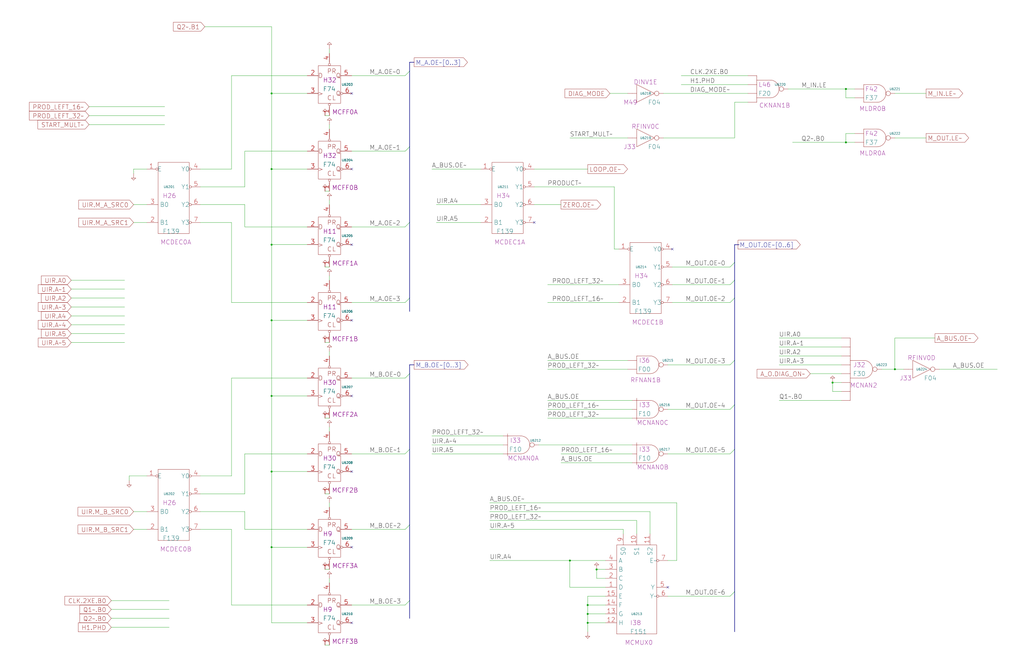
<source format=kicad_sch>
(kicad_sch (version 20250114) (generator "eeschema") (generator_version "9.0")
  (paper "User" 584.2 378.46)
  (title_block (title "MULTIPLIER CONTROL") (date "22-MAR-90") (rev "1.0") (comment 1 "VALUE") (comment 2 "232-003063") (comment 3 "S400") (comment 4 "RELEASED"))
  (lib_symbols
    (symbol "r1000:F00" (pin_numbers (hide yes)) (pin_names (hide yes))
      (property "Reference" "U" (at 15.24 0 0))
      (property "Value" "F00" (at 1.905 -5.08 0))
      (property "Location" "___" (at 1.905 0 0))
      (property "Name" "______" (at 2.54 -12.7 0))
      (symbol "F00_0_1"
        (polyline (pts (xy -2.54 2.54) (xy -2.54 -7.62)) (stroke (width 0.1524)))
        (polyline (pts (xy -2.54 2.54) (xy 5.08 2.54)) (stroke (width 0.1524)))
        (polyline (pts (xy -2.54 -7.62) (xy 5.08 -7.62)) (stroke (width 0.1524)))
        (arc (start 5.08 2.54) (mid 10.1281 -2.54) (end 5.08 -7.62) (stroke (width 0.1524)))
        (circle (center 11.43 -2.54) (radius 1.27) (stroke (width 0.1524)))
      )
      (symbol "F00_0_2"
        (arc (start -3.175 2.54) (mid -2.134 -2.54) (end -3.175 -7.62) (stroke (width 0.1524)))
        (circle (center -3.81 0) (radius 1.27) (stroke (width 0.1524)))
        (circle (center -3.81 -5.08) (radius 1.27) (stroke (width 0.1524)))
        (polyline (pts (xy -3.175 2.54) (xy 3.81 2.54)) (stroke (width 0.1524)))
        (polyline (pts (xy -3.175 -7.62) (xy 3.81 -7.62)) (stroke (width 0.1524)))
        (arc (start 3.81 2.54) (mid 7.5828 0.7472) (end 10.16 -2.54) (stroke (width 0.1524)))
        (arc (start 10.16 -2.54) (mid 7.5855 -5.8306) (end 3.81 -7.62) (stroke (width 0.1524)))
      )
      (symbol "F00_1_1"
        (pin input line (at -7.62 0 0) (length 5.08) (name "D0") (number "1"))
        (pin input line (at -7.62 -5.08 0) (length 5.08) (name "D1") (number "2"))
        (pin output line (at 15.24 -2.54 180) (length 2.54) (name "Q") (number "3"))
      )
      (symbol "F00_1_2"
        (pin input line (at -7.62 0 0) (length 2.54) (name "D0") (number "1"))
        (pin input line (at -7.62 -5.08 0) (length 2.54) (name "D1") (number "2"))
        (pin output line (at 15.24 -2.54 180) (length 5.08) (name "Q") (number "3"))
      )
    )
    (symbol "r1000:F04" (pin_numbers (hide yes)) (pin_names (hide yes))
      (property "Reference" "U" (at 0 0 0))
      (property "Value" "F04" (at 1.27 -5.08 0))
      (property "Location" "___" (at -12.7 -5.08 0))
      (property "Name" "______" (at 0 5.08 0))
      (symbol "F04_0_1"
        (polyline (pts (xy -7.62 0) (xy -5.08 0)) (stroke (width 0.1524)))
        (polyline (pts (xy -5.08 5.08) (xy -5.08 -5.08)) (stroke (width 0.1524)))
        (polyline (pts (xy 5.08 0) (xy -5.08 5.08)) (stroke (width 0.1524)))
        (polyline (pts (xy 5.08 0) (xy -5.08 -5.08)) (stroke (width 0.1524)))
        (circle (center 6.35 0) (radius 1.27) (stroke (width 0.1524)))
      )
      (symbol "F04_1_1"
        (pin input line (at -10.16 0 0) (length 2.54) (name "D0") (number "1"))
        (pin output line (at 10.16 0 180) (length 2.54) (name "Q") (number "2"))
      )
    )
    (symbol "r1000:F10" (pin_numbers (hide yes)) (pin_names (hide yes))
      (property "Reference" "U" (at 13.335 0 0))
      (property "Value" "F10" (at 5.715 -5.08 0))
      (property "Location" "___" (at -1.27 0 0))
      (property "Name" "______" (at -2.54 -10.16 0))
      (symbol "F10_0_1"
        (polyline (pts (xy -2.54 3.81) (xy -2.54 -8.89)) (stroke (width 0.1524)))
        (polyline (pts (xy -2.54 2.54) (xy 5.08 2.54)) (stroke (width 0.1524)))
        (polyline (pts (xy -2.54 -7.62) (xy 5.08 -7.62)) (stroke (width 0.1524)))
        (arc (start 5.08 2.54) (mid 10.1281 -2.54) (end 5.08 -7.62) (stroke (width 0.1524)))
        (circle (center 11.43 -2.54) (radius 1.27) (stroke (width 0.1524)))
      )
      (symbol "F10_0_2"
        (arc (start -2.54 2.54) (mid -1.8195 -2.54) (end -2.54 -7.62) (stroke (width 0.1524)))
        (polyline (pts (xy -4.445 -2.54) (xy -5.08 -2.54)) (stroke (width 0.1524)))
        (circle (center -3.81 2.54) (radius 1.27) (stroke (width 0.1524)))
        (circle (center -3.81 -7.62) (radius 1.27) (stroke (width 0.1524)))
        (circle (center -3.175 -2.54) (radius 1.27) (stroke (width 0.1524)))
        (polyline (pts (xy -2.54 2.54) (xy 5.08 2.54)) (stroke (width 0.1524)))
        (polyline (pts (xy -2.54 -7.62) (xy 5.08 -7.62)) (stroke (width 0.1524)))
        (arc (start 5.08 2.54) (mid 8.4807 0.6111) (end 10.795 -2.54) (stroke (width 0.1524)))
        (arc (start 10.795 -2.54) (mid 8.4844 -5.6952) (end 5.08 -7.62) (stroke (width 0.1524)))
        (polyline (pts (xy 10.795 -2.54) (xy 12.7 -2.54)) (stroke (width 0.1524)))
      )
      (symbol "F10_1_1"
        (pin input line (at -5.08 2.54 0) (length 2.54) (name "D0") (number "1"))
        (pin input line (at -5.08 -2.54 0) (length 2.54) (name "D1") (number "2"))
        (pin input line (at -5.08 -7.62 0) (length 2.54) (name "D2") (number "3"))
        (pin output line (at 15.24 -2.54 180) (length 2.54) (name "Q") (number "4"))
      )
      (symbol "F10_1_2"
        (pin input line (at -5.08 2.54 0) (length 0) (name "D0") (number "1"))
        (pin input line (at -5.08 -2.54 0) (length 0) (name "D1") (number "2"))
        (pin input line (at -5.08 -7.62 0) (length 0) (name "D2") (number "3"))
        (pin output line (at 15.24 -2.54 180) (length 2.54) (name "Q") (number "4"))
      )
    )
    (symbol "r1000:F139" (pin_names (offset 1.016))
      (property "Reference" "U" (at 2.54 5.08 0))
      (property "Value" "F139" (at -1.27 -20.32 0))
      (property "Location" "___" (at -1.27 0 0))
      (property "Name" "______" (at 6.35 -27.94 0))
      (symbol "F139_1_1"
        (circle (center -4.445 15.24) (radius 0.635))
        (rectangle (start -3.81 19.05) (end 13.97 -21.59))
        (circle (center 14.605 15.24) (radius 0.635))
        (circle (center 14.605 5.08) (radius 0.635))
        (circle (center 14.605 -5.08) (radius 0.635))
        (circle (center 14.605 -15.24) (radius 0.635))
        (pin input line (at -10.16 15.24 0) (length 5.08) (name "E") (number "1"))
        (pin input line (at -10.16 -5.08 0) (length 6.35) (name "B0") (number "3"))
        (pin input line (at -10.16 -15.24 0) (length 6.35) (name "B1") (number "2"))
        (pin output line (at 20.32 15.24 180) (length 5.08) (name "Y0") (number "4"))
        (pin output line (at 20.32 5.08 180) (length 5.08) (name "Y1") (number "5"))
        (pin output line (at 20.32 -5.08 180) (length 5.08) (name "Y2") (number "6"))
        (pin output line (at 20.32 -15.24 180) (length 5.08) (name "Y3") (number "7"))
      )
    )
    (symbol "r1000:F151" (pin_names (offset 1.016))
      (property "Reference" "U" (at 2.54 5.08 0))
      (property "Value" "F151" (at -1.27 -5.08 0))
      (property "Location" "___" (at -1.27 0 0))
      (property "Name" "______" (at 3.81 -12.7 0))
      (symbol "F151_1_1"
        (rectangle (start -8.89 44.45) (end 13.97 -6.35))
        (circle (center 14.605 35.56) (radius 0.635))
        (circle (center 14.605 15.24) (radius 0.635))
        (pin input line (at -15.24 35.56 0) (length 6.35) (name "A") (number "4"))
        (pin input line (at -15.24 30.48 0) (length 6.35) (name "B") (number "3"))
        (pin input line (at -15.24 25.4 0) (length 6.35) (name "C") (number "2"))
        (pin input line (at -15.24 20.32 0) (length 6.35) (name "D") (number "1"))
        (pin input line (at -15.24 15.24 0) (length 6.35) (name "E") (number "15"))
        (pin input line (at -15.24 10.16 0) (length 6.35) (name "F") (number "14"))
        (pin input line (at -15.24 5.08 0) (length 6.35) (name "G") (number "13"))
        (pin input line (at -15.24 0 0) (length 6.35) (name "H") (number "12"))
        (pin input line (at -5.08 50.8 270) (length 6.35) (name "S0") (number "9"))
        (pin input line (at 2.54 50.8 270) (length 6.35) (name "S1") (number "10"))
        (pin input line (at 10.16 50.8 270) (length 6.35) (name "S2") (number "11"))
        (pin input line (at 20.32 35.56 180) (length 5.08) (name "E~") (number "7"))
        (pin output line (at 20.32 20.32 180) (length 6.35) (name "Y") (number "5"))
        (pin output line (at 20.32 15.24 180) (length 5.08) (name "Y~") (number "6"))
      )
    )
    (symbol "r1000:F20" (pin_numbers (hide yes)) (pin_names (hide yes))
      (property "Reference" "U" (at 8.255 2.54 0))
      (property "Value" "F20" (at -0.635 -2.54 0))
      (property "Location" "___" (at -0.635 2.54 0))
      (property "Name" "______" (at 5.08 -10.795 0))
      (symbol "F20_0_1"
        (polyline (pts (xy -5.08 7.62) (xy -5.08 5.08)) (stroke (width 0.1524)))
        (polyline (pts (xy -5.08 5.08) (xy -5.08 -5.08)) (stroke (width 0.1524)))
        (polyline (pts (xy -5.08 -5.08) (xy -5.08 -7.62)) (stroke (width 0.1524)))
        (arc (start 2.54 5.08) (mid 7.5882 0) (end 2.54 -5.08) (stroke (width 0.1524)))
        (polyline (pts (xy 2.54 5.08) (xy -5.08 5.08)) (stroke (width 0.1524)))
        (polyline (pts (xy 2.54 -5.08) (xy -5.08 -5.08)) (stroke (width 0.1524)))
        (circle (center 8.89 0) (radius 1.27) (stroke (width 0.1524)))
      )
      (symbol "F20_0_2"
        (arc (start -6.35 7.62) (mid -5.3975 0) (end -6.35 -7.62) (stroke (width 0.1524)))
        (circle (center -7.62 7.62) (radius 1.27) (stroke (width 0.1524)))
        (circle (center -7.62 -7.62) (radius 1.27) (stroke (width 0.1524)))
        (circle (center -6.985 2.54) (radius 1.27) (stroke (width 0.1524)))
        (circle (center -6.985 -2.54) (radius 1.27) (stroke (width 0.1524)))
        (polyline (pts (xy -5.715 5.08) (xy 1.27 5.08)) (stroke (width 0.1524)))
        (polyline (pts (xy -5.715 -5.08) (xy 1.27 -5.08)) (stroke (width 0.1524)))
        (arc (start 7.62 0) (mid 5.0518 -3.2985) (end 1.27 -5.08) (stroke (width 0.1524)))
        (arc (start 1.27 5.08) (mid 5.0518 3.2985) (end 7.62 0) (stroke (width 0.1524)))
      )
      (symbol "F20_1_1"
        (pin input line (at -10.16 7.62 0) (length 5.08) (name "D0") (number "1"))
        (pin input line (at -10.16 2.54 0) (length 5.08) (name "D1") (number "2"))
        (pin input line (at -10.16 -2.54 0) (length 5.08) (name "D2") (number "4"))
        (pin input line (at -10.16 -7.62 0) (length 5.08) (name "D3") (number "5"))
        (pin output line (at 12.7 0 180) (length 2.54) (name "Q") (number "6"))
      )
      (symbol "F20_1_2"
        (pin input line (at -10.16 7.62 0) (length 1.27) (name "D0") (number "1"))
        (pin input line (at -10.16 2.54 0) (length 1.905) (name "D1") (number "2"))
        (pin input line (at -10.16 -2.54 0) (length 1.905) (name "D2") (number "4"))
        (pin input line (at -10.16 -7.62 0) (length 1.27) (name "D3") (number "5"))
        (pin output line (at 12.7 0 180) (length 5.08) (name "Q") (number "6"))
      )
    )
    (symbol "r1000:F30" (pin_numbers (hide yes)) (pin_names (hide yes))
      (property "Reference" "U" (at 15.24 2.54 0))
      (property "Value" "F30" (at 2.54 -2.54 0))
      (property "Location" "___" (at 2.54 2.54 0))
      (property "Name" "______" (at 5.08 -10.62 0))
      (symbol "F30_0_0"
        (polyline (pts (xy -2.54 5.08) (xy 5.08 5.08)) (stroke (width 0.1524)))
        (polyline (pts (xy -2.54 -5.08) (xy 5.08 -5.08)) (stroke (width 0.1524)))
        (arc (start 5.08 5.08) (mid 8.6721 3.5921) (end 10.16 0) (stroke (width 0.1524)))
        (arc (start 10.16 0) (mid 8.6721 -3.5921) (end 5.08 -5.08) (stroke (width 0.1524)))
        (circle (center 11.43 0) (radius 1.27) (stroke (width 0.1524)))
      )
      (symbol "F30_0_1"
        (polyline (pts (xy -2.54 17.78) (xy -2.54 17.145)) (stroke (width 0.1524)))
        (polyline (pts (xy -2.54 17.145) (xy -2.54 7.62)) (stroke (width 0.1524)))
        (polyline (pts (xy -2.54 7.62) (xy -2.54 5.08)) (stroke (width 0.1524)))
        (polyline (pts (xy -2.54 5.08) (xy -2.54 -5.08)) (stroke (width 0.1524)))
        (polyline (pts (xy -2.54 -5.08) (xy -2.54 -7.62)) (stroke (width 0.1524)))
        (polyline (pts (xy -2.54 -7.62) (xy -2.54 -17.78)) (stroke (width 0.1524)))
      )
      (symbol "F30_1_1"
        (pin input line (at -7.62 17.78 0) (length 5.08) (name "D0") (number "11"))
        (pin input line (at -7.62 12.7 0) (length 5.08) (name "D1") (number "12"))
        (pin input line (at -7.62 7.62 0) (length 5.08) (name "D2") (number "1"))
        (pin input line (at -7.62 2.54 0) (length 5.08) (name "D3") (number "2"))
        (pin input line (at -7.62 -2.54 0) (length 5.08) (name "D4") (number "3"))
        (pin input line (at -7.62 -7.62 0) (length 5.08) (name "D5") (number "4"))
        (pin input line (at -7.62 -12.7 0) (length 5.08) (name "D6") (number "5"))
        (pin input line (at -7.62 -17.78 0) (length 5.08) (name "D7") (number "6"))
        (pin output line (at 15.24 0 180) (length 2.54) (name "Q") (number "8"))
      )
    )
    (symbol "r1000:F37" (pin_numbers (hide yes)) (pin_names (offset 0) (hide yes))
      (property "Reference" "U" (at 15.24 0 0))
      (property "Value" "F37" (at 1.905 -5.08 0))
      (property "Location" "___" (at 1.905 0 0))
      (property "Name" "______" (at 2.54 -12.7 0))
      (symbol "F37_0_1"
        (polyline (pts (xy -2.54 2.54) (xy -2.54 -7.62)) (stroke (width 0.1524)))
        (polyline (pts (xy -2.54 2.54) (xy 5.08 2.54)) (stroke (width 0.1524)))
        (polyline (pts (xy -2.54 -7.62) (xy 5.08 -7.62)) (stroke (width 0.1524)))
        (arc (start 5.08 2.54) (mid 10.1281 -2.54) (end 5.08 -7.62) (stroke (width 0.1524)))
        (circle (center 11.43 -2.54) (radius 1.27) (stroke (width 0.1524)))
      )
      (symbol "F37_0_2"
        (arc (start -3.175 2.54) (mid -2.134 -2.54) (end -3.175 -7.62) (stroke (width 0.1524)))
        (circle (center -3.81 0) (radius 1.27) (stroke (width 0.1524)))
        (circle (center -3.81 -5.08) (radius 1.27) (stroke (width 0.1524)))
        (polyline (pts (xy -3.175 2.54) (xy 3.81 2.54)) (stroke (width 0.1524)))
        (polyline (pts (xy -3.175 -7.62) (xy 3.81 -7.62)) (stroke (width 0.1524)))
        (arc (start 3.81 2.54) (mid 7.5828 0.7472) (end 10.16 -2.54) (stroke (width 0.1524)))
        (arc (start 10.16 -2.54) (mid 7.5855 -5.8306) (end 3.81 -7.62) (stroke (width 0.1524)))
      )
      (symbol "F37_1_1"
        (pin input line (at -7.62 0 0) (length 5.08) (name "D0") (number "1"))
        (pin input line (at -7.62 -5.08 0) (length 5.08) (name "D1") (number "2"))
        (pin output line (at 15.24 -2.54 180) (length 2.54) (name "Q") (number "3"))
      )
      (symbol "F37_1_2"
        (pin input line (at -7.62 0 0) (length 2.54) (name "D0") (number "1"))
        (pin input line (at -7.62 -5.08 0) (length 2.54) (name "D1") (number "2"))
        (pin output line (at 15.24 -2.54 180) (length 5.08) (name "Q") (number "3"))
      )
    )
    (symbol "r1000:F74" (pin_names (offset 1.016) (hide yes))
      (property "Reference" "U" (at 12.7 -2.54 0))
      (property "Value" "F74" (at -1.27 -5.08 0))
      (property "Location" "___" (at -1.27 0 0))
      (property "Name" "______" (at 11.43 -19.685 0))
      (symbol "F74_0_1"
        (rectangle (start -3.81 8.255) (end 8.89 -13.335) (stroke (width 0.1524)))
        (polyline (pts (xy 2.54 10.16) (xy 2.54 9.525)) (stroke (width 0.1524)))
        (polyline (pts (xy 2.54 -15.24) (xy 2.54 -14.605)) (stroke (width 0.1524)))
      )
      (symbol "F74_1_1"
        (circle (center 2.54 8.89) (radius 0.635))
        (circle (center 2.54 -13.97) (radius 0.635))
        (circle (center 9.525 -7.62) (radius 0.635))
        (text "D" (at -2.54 2.54 0) (effects (font (size 2.54 2.54))))
        (text ">" (at -2.54 -7.62 0) (effects (font (size 2.54 2.54))))
        (text "P" (at 2.54 5.08 0) (effects (font (size 2.54 2.54))))
        (text "C" (at 2.54 -10.16 0) (effects (font (size 2.54 2.54))))
        (text "R" (at 5.08 5.08 0) (effects (font (size 2.54 2.54))))
        (text "L" (at 5.08 -10.16 0) (effects (font (size 2.54 2.54))))
        (text "Q" (at 7.62 2.54 0) (effects (font (size 2.54 2.54))))
        (text "Q" (at 7.62 -7.62 0) (effects (font (size 2.54 2.54))))
        (pin input line (at -10.16 2.54 0) (length 6.35) (name "D") (number "2"))
        (pin input line (at -10.16 -7.62 0) (length 6.35) (name "CLK") (number "3"))
        (pin input line (at 2.54 15.24 270) (length 5.08) (name "PR_") (number "4"))
        (pin input line (at 2.54 -20.32 90) (length 5.08) (name "CL_") (number "1"))
        (pin output line (at 15.24 2.54 180) (length 6.35) (name "Q") (number "5"))
        (pin output line (at 15.24 -7.62 180) (length 5.08) (name "Q_") (number "6"))
      )
    )
    (symbol "r1000:PD" (power) (pin_numbers (hide yes)) (pin_names (hide yes)) (in_bom no)
      (symbol "PD_0_1"
        (polyline (pts (xy 0 -2.54) (xy 1.27 -2.54) (xy 0 -3.81) (xy -1.27 -2.54) (xy 0 -2.54)) (stroke (width 0.1524)))
      )
      (symbol "PD_1_1"
        (pin power_in line (at 0 0 270) (length 2.54) (name "PD") (number "1"))
      )
    )
    (symbol "r1000:PU" (power) (pin_numbers (hide yes)) (pin_names (hide yes))
      (symbol "PU_0_1"
        (polyline (pts (xy 0 2.54) (xy -1.27 2.54) (xy 0 3.81) (xy 1.27 2.54) (xy 0 2.54)) (stroke (width 0.1524)))
      )
      (symbol "PU_1_1"
        (pin power_in line (at 0 0 90) (length 2.54) (name "PU") (number "1"))
      )
    )
  )
  (junction (at 335.28 350.52))
  (junction (at 474.98 218.44))
  (junction (at 325.12 320.04))
  (junction (at 154.94 96.52))
  (junction (at 335.28 355.6))
  (junction (at 154.94 269.24))
  (junction (at 340.36 325.12))
  (junction (at 482.6 50.8))
  (junction (at 154.94 226.06))
  (junction (at 510.54 210.82))
  (junction (at 154.94 182.88))
  (junction (at 154.94 312.42))
  (junction (at 154.94 139.7))
  (junction (at 335.28 345.44))
  (junction (at 482.6 81.28))
  (junction (at 154.94 53.34))
  (no_connect (at 200.66 96.52))
  (no_connect (at 200.66 226.06))
  (no_connect (at 304.8 127))
  (no_connect (at 200.66 312.42))
  (no_connect (at 381 335.28))
  (no_connect (at 200.66 182.88))
  (no_connect (at 200.66 269.24))
  (no_connect (at 200.66 355.6))
  (no_connect (at 383.54 142.24))
  (no_connect (at 200.66 53.34))
  (no_connect (at 200.66 139.7))
  (bus_entry (at 419.1 149.86) (size -2.54 2.54))
  (bus_entry (at 419.1 160.02) (size -2.54 2.54))
  (bus_entry (at 233.68 256.54) (size -2.54 2.54))
  (bus_entry (at 233.68 40.64) (size -2.54 2.54))
  (bus_entry (at 233.68 342.9) (size -2.54 2.54))
  (bus_entry (at 419.1 256.54) (size -2.54 2.54))
  (bus_entry (at 419.1 231.14) (size -2.54 2.54))
  (bus_entry (at 233.68 127) (size -2.54 2.54))
  (bus_entry (at 233.68 83.82) (size -2.54 2.54))
  (bus_entry (at 233.68 170.18) (size -2.54 2.54))
  (bus_entry (at 419.1 205.74) (size -2.54 2.54))
  (bus_entry (at 233.68 299.72) (size -2.54 2.54))
  (bus_entry (at 233.68 213.36) (size -2.54 2.54))
  (bus_entry (at 419.1 337.82) (size -2.54 2.54))
  (bus_entry (at 419.1 170.18) (size -2.54 2.54))
  (wire (pts (xy 312.42 172.72) (xy 353.06 172.72)))
  (wire (pts (xy 482.6 76.2) (xy 482.6 81.28)))
  (wire (pts (xy 279.4 320.04) (xy 325.12 320.04)))
  (wire (pts (xy 132.08 302.26) (xy 132.08 345.44)))
  (wire (pts (xy 187.96 200.66) (xy 187.96 203.2)))
  (wire (pts (xy 452.12 81.28) (xy 482.6 81.28)))
  (wire (pts (xy 378.46 53.34) (xy 426.72 53.34)))
  (wire (pts (xy 76.2 99.06) (xy 76.2 96.52)))
  (wire (pts (xy 474.98 223.52) (xy 474.98 218.44)))
  (wire (pts (xy 388.62 43.18) (xy 426.72 43.18)))
  (wire (pts (xy 502.92 210.82) (xy 510.54 210.82)))
  (wire (pts (xy 335.28 340.36) (xy 335.28 345.44)))
  (wire (pts (xy 487.68 55.88) (xy 482.6 55.88)))
  (wire (pts (xy 350.52 106.68) (xy 350.52 142.24)))
  (wire (pts (xy 200.66 86.36) (xy 231.14 86.36)))
  (wire (pts (xy 533.4 193.04) (xy 510.54 193.04)))
  (wire (pts (xy 154.94 139.7) (xy 154.94 96.52)))
  (wire (pts (xy 63.5 353.06) (xy 96.52 353.06)))
  (wire (pts (xy 154.94 312.42) (xy 154.94 269.24)))
  (wire (pts (xy 386.08 287.02) (xy 386.08 320.04)))
  (wire (pts (xy 248.92 116.84) (xy 274.32 116.84)))
  (bus (pts (xy 233.68 170.18) (xy 233.68 177.8)))
  (wire (pts (xy 419.1 58.42) (xy 426.72 58.42)))
  (wire (pts (xy 154.94 355.6) (xy 175.26 355.6)))
  (wire (pts (xy 154.94 53.34) (xy 154.94 15.24)))
  (wire (pts (xy 132.08 172.72) (xy 175.26 172.72)))
  (bus (pts (xy 419.1 139.7) (xy 419.1 149.86)))
  (wire (pts (xy 510.54 193.04) (xy 510.54 210.82)))
  (wire (pts (xy 312.42 205.74) (xy 358.14 205.74)))
  (bus (pts (xy 233.68 342.9) (xy 233.68 353.06)))
  (wire (pts (xy 114.3 281.94) (xy 139.7 281.94)))
  (wire (pts (xy 139.7 116.84) (xy 139.7 129.54)))
  (wire (pts (xy 187.96 27.94) (xy 187.96 30.48)))
  (wire (pts (xy 444.5 193.04) (xy 480.06 193.04)))
  (wire (pts (xy 187.96 330.2) (xy 187.96 332.74)))
  (wire (pts (xy 40.64 185.42) (xy 71.12 185.42)))
  (wire (pts (xy 40.64 190.5) (xy 71.12 190.5)))
  (wire (pts (xy 320.04 264.16) (xy 360.68 264.16)))
  (wire (pts (xy 185.42 325.12) (xy 187.96 325.12)))
  (wire (pts (xy 474.98 218.44) (xy 480.06 218.44)))
  (bus (pts (xy 419.1 149.86) (xy 419.1 160.02)))
  (wire (pts (xy 40.64 195.58) (xy 71.12 195.58)))
  (bus (pts (xy 233.68 299.72) (xy 233.68 342.9)))
  (wire (pts (xy 116.84 15.24) (xy 154.94 15.24)))
  (bus (pts (xy 233.68 213.36) (xy 233.68 256.54)))
  (wire (pts (xy 246.38 254) (xy 287.02 254)))
  (wire (pts (xy 279.4 297.18) (xy 363.22 297.18)))
  (wire (pts (xy 154.94 96.52) (xy 175.26 96.52)))
  (wire (pts (xy 200.66 172.72) (xy 231.14 172.72)))
  (wire (pts (xy 40.64 175.26) (xy 71.12 175.26)))
  (wire (pts (xy 154.94 182.88) (xy 175.26 182.88)))
  (wire (pts (xy 381 259.08) (xy 416.56 259.08)))
  (wire (pts (xy 50.8 60.96) (xy 93.98 60.96)))
  (wire (pts (xy 340.36 325.12) (xy 345.44 325.12)))
  (wire (pts (xy 304.8 96.52) (xy 335.28 96.52)))
  (wire (pts (xy 76.2 116.84) (xy 83.82 116.84)))
  (wire (pts (xy 482.6 50.8) (xy 487.68 50.8)))
  (wire (pts (xy 320.04 259.08) (xy 360.68 259.08)))
  (wire (pts (xy 187.96 243.84) (xy 187.96 246.38)))
  (wire (pts (xy 335.28 355.6) (xy 345.44 355.6)))
  (wire (pts (xy 482.6 81.28) (xy 487.68 81.28)))
  (wire (pts (xy 378.46 78.74) (xy 419.1 78.74)))
  (wire (pts (xy 132.08 43.18) (xy 175.26 43.18)))
  (wire (pts (xy 114.3 106.68) (xy 139.7 106.68)))
  (bus (pts (xy 419.1 231.14) (xy 419.1 256.54)))
  (wire (pts (xy 246.38 259.08) (xy 287.02 259.08)))
  (wire (pts (xy 185.42 109.22) (xy 187.96 109.22)))
  (bus (pts (xy 233.68 35.56) (xy 236.22 35.56)))
  (wire (pts (xy 40.64 180.34) (xy 71.12 180.34)))
  (wire (pts (xy 325.12 78.74) (xy 358.14 78.74)))
  (wire (pts (xy 444.5 198.12) (xy 480.06 198.12)))
  (wire (pts (xy 139.7 281.94) (xy 139.7 259.08)))
  (wire (pts (xy 312.42 210.82) (xy 358.14 210.82)))
  (wire (pts (xy 154.94 226.06) (xy 154.94 182.88)))
  (wire (pts (xy 187.96 71.12) (xy 187.96 73.66)))
  (wire (pts (xy 132.08 96.52) (xy 132.08 43.18)))
  (bus (pts (xy 233.68 208.28) (xy 236.22 208.28)))
  (wire (pts (xy 63.5 358.14) (xy 96.52 358.14)))
  (wire (pts (xy 76.2 292.1) (xy 83.82 292.1)))
  (wire (pts (xy 200.66 43.18) (xy 231.14 43.18)))
  (wire (pts (xy 114.3 271.78) (xy 132.08 271.78)))
  (wire (pts (xy 279.4 302.26) (xy 355.6 302.26)))
  (wire (pts (xy 139.7 302.26) (xy 175.26 302.26)))
  (wire (pts (xy 419.1 78.74) (xy 419.1 58.42)))
  (wire (pts (xy 279.4 292.1) (xy 370.84 292.1)))
  (bus (pts (xy 233.68 256.54) (xy 233.68 299.72)))
  (wire (pts (xy 40.64 165.1) (xy 71.12 165.1)))
  (wire (pts (xy 154.94 312.42) (xy 175.26 312.42)))
  (wire (pts (xy 347.98 53.34) (xy 358.14 53.34)))
  (wire (pts (xy 444.5 228.6) (xy 480.06 228.6)))
  (wire (pts (xy 335.28 345.44) (xy 335.28 350.52)))
  (wire (pts (xy 50.8 71.12) (xy 93.98 71.12)))
  (wire (pts (xy 139.7 86.36) (xy 175.26 86.36)))
  (wire (pts (xy 355.6 302.26) (xy 355.6 304.8)))
  (wire (pts (xy 73.66 274.32) (xy 73.66 271.78)))
  (wire (pts (xy 154.94 96.52) (xy 154.94 53.34)))
  (wire (pts (xy 187.96 114.3) (xy 187.96 116.84)))
  (wire (pts (xy 312.42 238.76) (xy 360.68 238.76)))
  (wire (pts (xy 114.3 116.84) (xy 139.7 116.84)))
  (wire (pts (xy 345.44 335.28) (xy 325.12 335.28)))
  (wire (pts (xy 200.66 215.9) (xy 231.14 215.9)))
  (wire (pts (xy 154.94 226.06) (xy 175.26 226.06)))
  (wire (pts (xy 185.42 368.3) (xy 187.96 368.3)))
  (wire (pts (xy 139.7 129.54) (xy 175.26 129.54)))
  (wire (pts (xy 381 340.36) (xy 416.56 340.36)))
  (wire (pts (xy 510.54 210.82) (xy 515.62 210.82)))
  (wire (pts (xy 154.94 355.6) (xy 154.94 312.42)))
  (wire (pts (xy 200.66 345.44) (xy 231.14 345.44)))
  (wire (pts (xy 76.2 96.52) (xy 83.82 96.52)))
  (wire (pts (xy 312.42 162.56) (xy 353.06 162.56)))
  (wire (pts (xy 487.68 76.2) (xy 482.6 76.2)))
  (wire (pts (xy 187.96 157.48) (xy 187.96 160.02)))
  (bus (pts (xy 419.1 170.18) (xy 419.1 205.74)))
  (wire (pts (xy 246.38 248.92) (xy 287.02 248.92)))
  (wire (pts (xy 335.28 345.44) (xy 345.44 345.44)))
  (wire (pts (xy 345.44 340.36) (xy 335.28 340.36)))
  (wire (pts (xy 312.42 233.68) (xy 360.68 233.68)))
  (wire (pts (xy 510.54 78.74) (xy 528.32 78.74)))
  (wire (pts (xy 462.28 213.36) (xy 480.06 213.36)))
  (bus (pts (xy 419.1 160.02) (xy 419.1 170.18)))
  (wire (pts (xy 304.8 116.84) (xy 320.04 116.84)))
  (bus (pts (xy 233.68 40.64) (xy 233.68 83.82)))
  (wire (pts (xy 114.3 127) (xy 132.08 127)))
  (wire (pts (xy 63.5 347.98) (xy 96.52 347.98)))
  (wire (pts (xy 480.06 223.52) (xy 474.98 223.52)))
  (wire (pts (xy 325.12 320.04) (xy 345.44 320.04)))
  (wire (pts (xy 154.94 53.34) (xy 175.26 53.34)))
  (wire (pts (xy 132.08 215.9) (xy 175.26 215.9)))
  (wire (pts (xy 114.3 302.26) (xy 132.08 302.26)))
  (wire (pts (xy 139.7 106.68) (xy 139.7 86.36)))
  (wire (pts (xy 114.3 96.52) (xy 132.08 96.52)))
  (wire (pts (xy 185.42 152.4) (xy 187.96 152.4)))
  (wire (pts (xy 187.96 287.02) (xy 187.96 289.56)))
  (wire (pts (xy 248.92 127) (xy 274.32 127)))
  (wire (pts (xy 40.64 160.02) (xy 71.12 160.02)))
  (wire (pts (xy 139.7 259.08) (xy 175.26 259.08)))
  (wire (pts (xy 449.58 50.8) (xy 482.6 50.8)))
  (wire (pts (xy 73.66 271.78) (xy 83.82 271.78)))
  (wire (pts (xy 304.8 106.68) (xy 350.52 106.68)))
  (wire (pts (xy 307.34 254) (xy 360.68 254)))
  (wire (pts (xy 444.5 203.2) (xy 480.06 203.2)))
  (wire (pts (xy 335.28 350.52) (xy 345.44 350.52)))
  (wire (pts (xy 482.6 55.88) (xy 482.6 50.8)))
  (wire (pts (xy 325.12 335.28) (xy 325.12 320.04)))
  (wire (pts (xy 139.7 292.1) (xy 139.7 302.26)))
  (wire (pts (xy 185.42 195.58) (xy 187.96 195.58)))
  (wire (pts (xy 154.94 269.24) (xy 175.26 269.24)))
  (wire (pts (xy 114.3 292.1) (xy 139.7 292.1)))
  (bus (pts (xy 419.1 139.7) (xy 421.64 139.7)))
  (wire (pts (xy 185.42 66.04) (xy 187.96 66.04)))
  (wire (pts (xy 200.66 302.26) (xy 231.14 302.26)))
  (wire (pts (xy 510.54 53.34) (xy 528.32 53.34)))
  (wire (pts (xy 40.64 170.18) (xy 71.12 170.18)))
  (bus (pts (xy 233.68 127) (xy 233.68 170.18)))
  (bus (pts (xy 419.1 256.54) (xy 419.1 337.82)))
  (wire (pts (xy 185.42 281.94) (xy 187.96 281.94)))
  (wire (pts (xy 63.5 342.9) (xy 96.52 342.9)))
  (wire (pts (xy 335.28 355.6) (xy 335.28 360.68)))
  (bus (pts (xy 233.68 83.82) (xy 233.68 127)))
  (wire (pts (xy 383.54 172.72) (xy 416.56 172.72)))
  (wire (pts (xy 185.42 238.76) (xy 187.96 238.76)))
  (wire (pts (xy 383.54 152.4) (xy 416.56 152.4)))
  (wire (pts (xy 154.94 182.88) (xy 154.94 139.7)))
  (wire (pts (xy 76.2 302.26) (xy 83.82 302.26)))
  (wire (pts (xy 76.2 127) (xy 83.82 127)))
  (wire (pts (xy 132.08 271.78) (xy 132.08 215.9)))
  (wire (pts (xy 381 208.28) (xy 416.56 208.28)))
  (wire (pts (xy 154.94 269.24) (xy 154.94 226.06)))
  (wire (pts (xy 246.38 96.52) (xy 274.32 96.52)))
  (wire (pts (xy 388.62 48.26) (xy 426.72 48.26)))
  (wire (pts (xy 444.5 208.28) (xy 480.06 208.28)))
  (wire (pts (xy 50.8 66.04) (xy 93.98 66.04)))
  (wire (pts (xy 200.66 129.54) (xy 231.14 129.54)))
  (wire (pts (xy 335.28 350.52) (xy 335.28 355.6)))
  (wire (pts (xy 340.36 330.2) (xy 340.36 325.12)))
  (wire (pts (xy 381 233.68) (xy 416.56 233.68)))
  (wire (pts (xy 200.66 259.08) (xy 231.14 259.08)))
  (wire (pts (xy 312.42 228.6) (xy 360.68 228.6)))
  (bus (pts (xy 233.68 35.56) (xy 233.68 40.64)))
  (bus (pts (xy 233.68 208.28) (xy 233.68 213.36)))
  (wire (pts (xy 279.4 287.02) (xy 386.08 287.02)))
  (wire (pts (xy 345.44 330.2) (xy 340.36 330.2)))
  (wire (pts (xy 132.08 345.44) (xy 175.26 345.44)))
  (bus (pts (xy 419.1 337.82) (xy 419.1 360.68)))
  (wire (pts (xy 386.08 320.04) (xy 381 320.04)))
  (bus (pts (xy 419.1 205.74) (xy 419.1 231.14)))
  (wire (pts (xy 154.94 139.7) (xy 175.26 139.7)))
  (wire (pts (xy 383.54 162.56) (xy 416.56 162.56)))
  (wire (pts (xy 370.84 292.1) (xy 370.84 304.8)))
  (wire (pts (xy 535.94 210.82) (xy 568.96 210.82)))
  (wire (pts (xy 363.22 297.18) (xy 363.22 304.8)))
  (wire (pts (xy 350.52 142.24) (xy 353.06 142.24)))
  (wire (pts (xy 132.08 127) (xy 132.08 172.72)))
  (label "M_OUT.OE~6" (at 391.16 340.36 0) (effects (font (size 2.54 2.54))))
  (label "UIR.A0" (at 444.5 193.04 0) (effects (font (size 2.54 2.54))))
  (label "M_OUT.OE~2" (at 391.16 172.72 0) (effects (font (size 2.54 2.54))))
  (label "PROD_LEFT_16~" (at 320.04 259.08 0) (effects (font (size 2.54 2.54))))
  (label "UIR.A~3" (at 444.5 208.28 0) (effects (font (size 2.54 2.54))))
  (label "M_A.OE~3" (at 210.82 172.72 0) (effects (font (size 2.54 2.54))))
  (label "A_BUS.OE" (at 543.56 210.82 0) (effects (font (size 2.54 2.54))))
  (label "UIR.A~1" (at 444.5 198.12 0) (effects (font (size 2.54 2.54))))
  (label "M_B.OE~0" (at 210.82 215.9 0) (effects (font (size 2.54 2.54))))
  (label "Q1~.B0" (at 444.5 228.6 0) (effects (font (size 2.54 2.54))))
  (label "M_OUT.OE~3" (at 391.16 208.28 0) (effects (font (size 2.54 2.54))))
  (label "M_A.OE~0" (at 210.82 43.18 0) (effects (font (size 2.54 2.54))))
  (label "UIR.A5" (at 246.38 259.08 0) (effects (font (size 2.54 2.54))))
  (label "UIR.A4" (at 248.92 116.84 0) (effects (font (size 2.54 2.54))))
  (label "UIR.A4" (at 279.4 320.04 0) (effects (font (size 2.54 2.54))))
  (label "PROD_LEFT_32~" (at 312.42 210.82 0) (effects (font (size 2.54 2.54))))
  (label "M_B.OE~3" (at 210.82 345.44 0) (effects (font (size 2.54 2.54))))
  (label "PROD_LEFT_32~" (at 246.38 248.92 0) (effects (font (size 2.54 2.54))))
  (label "UIR.A2" (at 444.5 203.2 0) (effects (font (size 2.54 2.54))))
  (label "PRODUCT~" (at 312.42 106.68 0) (effects (font (size 2.54 2.54))))
  (label "CLK.2XE.B0" (at 393.7 43.18 0) (effects (font (size 2.54 2.54))))
  (label "A_BUS.OE~" (at 279.4 287.02 0) (effects (font (size 2.54 2.54))))
  (label "PROD_LEFT_16~" (at 312.42 233.68 0) (effects (font (size 2.54 2.54))))
  (label "M_OUT.OE~1" (at 391.16 162.56 0) (effects (font (size 2.54 2.54))))
  (label "A_BUS.OE" (at 320.04 264.16 0) (effects (font (size 2.54 2.54))))
  (label "PROD_LEFT_32~" (at 314.96 162.56 0) (effects (font (size 2.54 2.54))))
  (label "M_OUT.OE~5" (at 391.16 259.08 0) (effects (font (size 2.54 2.54))))
  (label "PROD_LEFT_32~" (at 312.42 238.76 0) (effects (font (size 2.54 2.54))))
  (label "UIR.A5" (at 248.92 127 0) (effects (font (size 2.54 2.54))))
  (label "UIR.A~5" (at 279.4 302.26 0) (effects (font (size 2.54 2.54))))
  (label "A_BUS.OE" (at 312.42 205.74 0) (effects (font (size 2.54 2.54))))
  (label "PROD_LEFT_16~" (at 314.96 172.72 0) (effects (font (size 2.54 2.54))))
  (label "PROD_LEFT_16~" (at 279.4 292.1 0) (effects (font (size 2.54 2.54))))
  (label "DIAG_MODE~" (at 393.7 53.34 0) (effects (font (size 2.54 2.54))))
  (label "Q2~.B0" (at 457.2 81.28 0) (effects (font (size 2.54 2.54))))
  (label "H1.PHD" (at 393.7 48.26 0) (effects (font (size 2.54 2.54))))
  (label "M_A.OE~2" (at 210.82 129.54 0) (effects (font (size 2.54 2.54))))
  (label "M_B.OE~2" (at 210.82 302.26 0) (effects (font (size 2.54 2.54))))
  (label "M_IN.LE" (at 457.2 50.8 0) (effects (font (size 2.54 2.54))))
  (label "A_BUS.OE~" (at 246.38 96.52 0) (effects (font (size 2.54 2.54))))
  (label "M_A.OE~1" (at 210.82 86.36 0) (effects (font (size 2.54 2.54))))
  (label "A_BUS.OE" (at 312.42 228.6 0) (effects (font (size 2.54 2.54))))
  (label "M_OUT.OE~0" (at 391.16 152.4 0) (effects (font (size 2.54 2.54))))
  (label "START_MULT~" (at 325.12 78.74 0) (effects (font (size 2.54 2.54))))
  (label "M_B.OE~1" (at 210.82 259.08 0) (effects (font (size 2.54 2.54))))
  (label "UIR.A~4" (at 246.38 254 0) (effects (font (size 2.54 2.54))))
  (label "PROD_LEFT_32~" (at 279.4 297.18 0) (effects (font (size 2.54 2.54))))
  (label "M_OUT.OE~4" (at 391.16 233.68 0) (effects (font (size 2.54 2.54))))
  (global_label "UIR.M_B_SRC1" (shape input) (at 76.2 302.26 180) (effects (font (size 2.54 2.54))) (property "Intersheetrefs" "${INTERSHEET_REFS}" (at 44.5226 302.1013 0) (effects (font (size 1.905 1.905)) (justify right))))
  (global_label "LOOP.OE~" (shape output) (at 335.28 96.52 0) (effects (font (size 2.54 2.54))) (property "Intersheetrefs" "${INTERSHEET_REFS}" (at 358.007 96.3613 0) (effects (font (size 1.905 1.905)) (justify left))))
  (global_label "UIR.M_B_SRC0" (shape input) (at 76.2 292.1 180) (effects (font (size 2.54 2.54))) (property "Intersheetrefs" "${INTERSHEET_REFS}" (at 44.5226 291.9413 0) (effects (font (size 1.905 1.905)) (justify right))))
  (global_label "M_B.OE~[0..3]" (shape output) (at 236.22 208.28 0) (effects (font (size 2.54 2.54))) (property "Intersheetrefs" "${INTERSHEET_REFS}" (at 267.0508 208.1213 0) (effects (font (size 1.905 1.905)) (justify left))))
  (global_label "M_OUT.OE~[0..6]" (shape output) (at 421.0219 139.7 0) (effects (font (size 2.54 2.54))) (property "Intersheetrefs" "${INTERSHEET_REFS}" (at 456.5698 139.5413 0) (effects (font (size 1.905 1.905)) (justify left))))
  (global_label "CLK.2XE.B0" (shape input) (at 63.5 342.9 180) (effects (font (size 2.54 2.54))) (property "Intersheetrefs" "${INTERSHEET_REFS}" (at 37.0235 342.7413 0) (effects (font (size 1.905 1.905)) (justify right))))
  (global_label "UIR.A4" (shape input) (at 40.64 180.34 180) (effects (font (size 2.54 2.54))) (property "Intersheetrefs" "${INTERSHEET_REFS}" (at 23.5978 180.1813 0) (effects (font (size 1.905 1.905)) (justify right))))
  (global_label "UIR.A~4" (shape input) (at 40.64 185.42 180) (effects (font (size 2.54 2.54))) (property "Intersheetrefs" "${INTERSHEET_REFS}" (at 21.7835 185.2613 0) (effects (font (size 1.905 1.905)) (justify right))))
  (global_label "M_OUT.LE~" (shape output) (at 528.32 78.74 0) (effects (font (size 2.54 2.54))) (property "Intersheetrefs" "${INTERSHEET_REFS}" (at 552.6193 78.5813 0) (effects (font (size 1.905 1.905)) (justify left))))
  (global_label "START_MULT~" (shape input) (at 50.8 71.12 180) (effects (font (size 2.54 2.54))) (property "Intersheetrefs" "${INTERSHEET_REFS}" (at 21.6626 70.9613 0) (effects (font (size 1.905 1.905)) (justify right))))
  (global_label "H1.PHD" (shape input) (at 63.5 358.14 180) (effects (font (size 2.54 2.54))) (property "Intersheetrefs" "${INTERSHEET_REFS}" (at 44.6435 357.9813 0) (effects (font (size 1.905 1.905)) (justify right))))
  (global_label "UIR.M_A_SRC1" (shape input) (at 76.2 127 180) (effects (font (size 2.54 2.54))) (property "Intersheetrefs" "${INTERSHEET_REFS}" (at 45.6111 126.8413 0) (effects (font (size 1.905 1.905)) (justify right))))
  (global_label "A_BUS.OE~" (shape output) (at 533.4 193.04 0) (effects (font (size 2.54 2.54))) (property "Intersheetrefs" "${INTERSHEET_REFS}" (at 557.9412 192.8813 0) (effects (font (size 1.905 1.905)) (justify left))))
  (global_label "UIR.A2" (shape input) (at 40.64 170.18 180) (effects (font (size 2.54 2.54))) (property "Intersheetrefs" "${INTERSHEET_REFS}" (at 23.5978 170.0213 0) (effects (font (size 1.905 1.905)) (justify right))))
  (global_label "M_IN.LE~" (shape output) (at 528.32 53.34 0) (effects (font (size 2.54 2.54))) (property "Intersheetrefs" "${INTERSHEET_REFS}" (at 549.2327 53.1813 0) (effects (font (size 1.905 1.905)) (justify left))))
  (global_label "ZERO.OE~" (shape output) (at 320.04 116.84 0) (effects (font (size 2.54 2.54))) (property "Intersheetrefs" "${INTERSHEET_REFS}" (at 342.767 116.6813 0) (effects (font (size 1.905 1.905)) (justify left))))
  (global_label "UIR.M_A_SRC0" (shape input) (at 76.2 116.84 180) (effects (font (size 2.54 2.54))) (property "Intersheetrefs" "${INTERSHEET_REFS}" (at 45.6111 116.6813 0) (effects (font (size 1.905 1.905)) (justify right))))
  (global_label "UIR.A~3" (shape input) (at 40.64 175.26 180) (effects (font (size 2.54 2.54))) (property "Intersheetrefs" "${INTERSHEET_REFS}" (at 21.7835 175.1013 0) (effects (font (size 1.905 1.905)) (justify right))))
  (global_label "Q2~.B0" (shape input) (at 63.5 353.06 180) (effects (font (size 2.54 2.54))) (property "Intersheetrefs" "${INTERSHEET_REFS}" (at 45.6111 352.9013 0) (effects (font (size 1.905 1.905)) (justify right))))
  (global_label "PROD_LEFT_16~" (shape input) (at 50.8 60.96 180) (effects (font (size 2.54 2.54))) (property "Intersheetrefs" "${INTERSHEET_REFS}" (at 16.7035 60.8013 0) (effects (font (size 1.905 1.905)) (justify right))))
  (global_label "DIAG_MODE" (shape input) (at 347.98 53.34 180) (effects (font (size 2.54 2.54))) (property "Intersheetrefs" "${INTERSHEET_REFS}" (at 322.3502 53.1813 0) (effects (font (size 1.905 1.905)) (justify right))))
  (global_label "UIR.A5" (shape input) (at 40.64 190.5 180) (effects (font (size 2.54 2.54))) (property "Intersheetrefs" "${INTERSHEET_REFS}" (at 23.5978 190.3413 0) (effects (font (size 1.905 1.905)) (justify right))))
  (global_label "UIR.A~1" (shape input) (at 40.64 165.1 180) (effects (font (size 2.54 2.54))) (property "Intersheetrefs" "${INTERSHEET_REFS}" (at 21.7835 164.9413 0) (effects (font (size 1.905 1.905)) (justify right))))
  (global_label "PROD_LEFT_32~" (shape input) (at 50.8 66.04 180) (effects (font (size 2.54 2.54))) (property "Intersheetrefs" "${INTERSHEET_REFS}" (at 16.7035 65.8813 0) (effects (font (size 1.905 1.905)) (justify right))))
  (global_label "M_A.OE~[0..3]" (shape output) (at 236.22 35.56 0) (effects (font (size 2.54 2.54))) (property "Intersheetrefs" "${INTERSHEET_REFS}" (at 266.6879 35.4013 0) (effects (font (size 1.905 1.905)) (justify left))))
  (global_label "UIR.A~5" (shape input) (at 40.64 195.58 180) (effects (font (size 2.54 2.54))) (property "Intersheetrefs" "${INTERSHEET_REFS}" (at 21.7835 195.4213 0) (effects (font (size 1.905 1.905)) (justify right))))
  (global_label "Q1~.B0" (shape input) (at 63.5 347.98 180) (effects (font (size 2.54 2.54))) (property "Intersheetrefs" "${INTERSHEET_REFS}" (at 45.6111 347.8213 0) (effects (font (size 1.905 1.905)) (justify right))))
  (global_label "A_O.DIAG_ON~" (shape input) (at 462.28 213.36 180) (effects (font (size 2.54 2.54))) (property "Intersheetrefs" "${INTERSHEET_REFS}" (at 431.933 213.2013 0) (effects (font (size 1.905 1.905)) (justify right))))
  (global_label "Q2~.B1" (shape input) (at 116.84 15.24 180) (effects (font (size 2.54 2.54))) (property "Intersheetrefs" "${INTERSHEET_REFS}" (at 98.9511 15.0813 0) (effects (font (size 1.905 1.905)) (justify right))))
  (global_label "UIR.A0" (shape input) (at 40.64 160.02 180) (effects (font (size 2.54 2.54))) (property "Intersheetrefs" "${INTERSHEET_REFS}" (at 23.5978 159.8613 0) (effects (font (size 1.905 1.905)) (justify right))))
  (symbol (lib_id "r1000:F74") (at 185.42 88.9 0) (unit 1)
    (property "Reference" "U6204" (at 198.12 91.44 0))
    (property "Value" "F74" (at 184.15 93.98 0) (effects (font (size 2.54 2.54)) (justify left)))
    (property "Location" "H32" (at 184.15 88.9 0) (effects (font (size 2.54 2.54)) (justify left)))
    (property "Name" "MCFF0B" (at 196.85 108.585 0) (effects (font (size 2.54 2.54)) (justify bottom)))
  )
  (symbol (lib_id "r1000:F139") (at 93.98 287.02 0) (unit 1)
    (property "Reference" "U6202" (at 96.52 281.94 0))
    (property "Value" "F139" (at 92.71 307.34 0) (effects (font (size 2.54 2.54)) (justify left)))
    (property "Location" "H26" (at 92.71 287.02 0) (effects (font (size 2.54 2.54)) (justify left)))
    (property "Name" "MCDEC0B" (at 100.33 314.96 0) (effects (font (size 2.54 2.54)) (justify bottom)))
  )
  (symbol (lib_id "r1000:PU") (at 185.42 152.4 0) (unit 1)
    (property "Reference" "#PWR06205" (effects (hide yes)))
    (property "Value" "PU" (effects (hide yes)))
  )
  (symbol (lib_id "r1000:PU") (at 185.42 368.3 0) (unit 1)
    (property "Reference" "#PWR06210" (effects (hide yes)))
    (property "Value" "PU" (effects (hide yes)))
  )
  (symbol (lib_id "r1000:PU") (at 187.96 27.94 0) (unit 1)
    (property "Reference" "#PWR06211" (effects (hide yes)))
    (property "Value" "PU" (effects (hide yes)))
  )
  (symbol (lib_id "r1000:PU") (at 187.96 287.02 0) (unit 1)
    (property "Reference" "#PWR06217" (effects (hide yes)))
    (property "Value" "PU" (effects (hide yes)))
  )
  (symbol (lib_id "r1000:PU") (at 185.42 66.04 0) (unit 1)
    (property "Reference" "#PWR06203" (effects (hide yes)))
    (property "Value" "PU" (effects (hide yes)))
  )
  (symbol (lib_id "r1000:F139") (at 284.48 111.76 0) (unit 1)
    (property "Reference" "U6211" (at 287.02 106.68 0))
    (property "Value" "F139" (at 283.21 132.08 0) (effects (font (size 2.54 2.54)) (justify left)))
    (property "Location" "H34" (at 283.21 111.76 0) (effects (font (size 2.54 2.54)) (justify left)))
    (property "Name" "MCDEC1A" (at 290.83 139.7 0) (effects (font (size 2.54 2.54)) (justify bottom)))
  )
  (symbol (lib_id "r1000:F139") (at 363.22 157.48 0) (unit 1)
    (property "Reference" "U6214" (at 365.76 152.4 0))
    (property "Value" "F139" (at 361.95 177.8 0) (effects (font (size 2.54 2.54)) (justify left)))
    (property "Location" "H34" (at 361.95 157.48 0) (effects (font (size 2.54 2.54)) (justify left)))
    (property "Name" "MCDEC1B" (at 369.57 185.42 0) (effects (font (size 2.54 2.54)) (justify bottom)))
  )
  (symbol (lib_id "r1000:PU") (at 185.42 195.58 0) (unit 1)
    (property "Reference" "#PWR06206" (effects (hide yes)))
    (property "Value" "PU" (effects (hide yes)))
  )
  (symbol (lib_id "r1000:F74") (at 185.42 218.44 0) (unit 1)
    (property "Reference" "U6207" (at 198.12 220.98 0))
    (property "Value" "F74" (at 184.15 223.52 0) (effects (font (size 2.54 2.54)) (justify left)))
    (property "Location" "H30" (at 184.15 218.44 0) (effects (font (size 2.54 2.54)) (justify left)))
    (property "Name" "MCFF2A" (at 196.85 238.125 0) (effects (font (size 2.54 2.54)) (justify bottom)))
  )
  (symbol (lib_id "r1000:PD") (at 76.2 99.06 0) (unit 1) (in_bom no)
    (property "Reference" "#PWR06201" (effects (hide yes)))
    (property "Value" "PD" (effects (hide yes)))
  )
  (symbol (lib_id "r1000:PU") (at 187.96 200.66 0) (unit 1)
    (property "Reference" "#PWR06215" (effects (hide yes)))
    (property "Value" "PU" (effects (hide yes)))
  )
  (symbol (lib_id "r1000:F74") (at 185.42 175.26 0) (unit 1)
    (property "Reference" "U6206" (at 198.12 177.8 0))
    (property "Value" "F74" (at 184.15 180.34 0) (effects (font (size 2.54 2.54)) (justify left)))
    (property "Location" "H11" (at 184.15 175.26 0) (effects (font (size 2.54 2.54)) (justify left)))
    (property "Name" "MCFF1B" (at 196.85 194.945 0) (effects (font (size 2.54 2.54)) (justify bottom)))
  )
  (symbol (lib_id "r1000:PD") (at 335.28 360.68 0) (unit 1) (in_bom no)
    (property "Reference" "#PWR06219" (effects (hide yes)))
    (property "Value" "PD" (effects (hide yes)))
  )
  (symbol (lib_id "r1000:F10") (at 365.76 256.54 0) (unit 1)
    (property "Reference" "U6217" (at 379.095 256.54 0))
    (property "Value" "F10" (at 371.475 261.62 0) (effects (font (size 2.54 2.54)) (justify right)))
    (property "Location" "I33" (at 364.49 256.54 0) (effects (font (size 2.54 2.54)) (justify left)))
    (property "Name" "MCNAN0B" (at 363.22 266.7 0) (effects (font (size 2.54 2.54)) (justify left)))
  )
  (symbol (lib_id "r1000:F04") (at 368.3 78.74 0) (unit 1)
    (property "Reference" "U6219" (at 368.3 78.74 0))
    (property "Value" "F04" (at 369.57 83.82 0) (effects (font (size 2.54 2.54)) (justify left)))
    (property "Location" "J33" (at 355.6 83.82 0) (effects (font (size 2.54 2.54)) (justify left)))
    (property "Name" "RFINV0C" (at 368.3 73.66 0) (effects (font (size 2.54 2.54)) (justify bottom)))
  )
  (symbol (lib_id "r1000:F04") (at 525.78 210.82 0) (unit 1)
    (property "Reference" "U6224" (at 525.78 210.82 0))
    (property "Value" "F04" (at 527.05 215.9 0) (effects (font (size 2.54 2.54)) (justify left)))
    (property "Location" "J33" (at 513.08 215.9 0) (effects (font (size 2.54 2.54)) (justify left)))
    (property "Name" "RFINV0D" (at 525.78 205.74 0) (effects (font (size 2.54 2.54)) (justify bottom)))
  )
  (symbol (lib_id "r1000:PU") (at 185.42 325.12 0) (unit 1)
    (property "Reference" "#PWR06209" (effects (hide yes)))
    (property "Value" "PU" (effects (hide yes)))
  )
  (symbol (lib_id "r1000:PU") (at 187.96 157.48 0) (unit 1)
    (property "Reference" "#PWR06214" (effects (hide yes)))
    (property "Value" "PU" (effects (hide yes)))
  )
  (symbol (lib_id "r1000:PU") (at 474.98 218.44 0) (unit 1)
    (property "Reference" "#PWR06221" (effects (hide yes)))
    (property "Value" "PU" (effects (hide yes)))
  )
  (symbol (lib_id "r1000:PU") (at 185.42 281.94 0) (unit 1)
    (property "Reference" "#PWR06208" (effects (hide yes)))
    (property "Value" "PU" (effects (hide yes)))
  )
  (symbol (lib_id "r1000:F151") (at 360.68 355.6 0) (unit 1)
    (property "Reference" "U6213" (at 363.22 350.52 0))
    (property "Value" "F151" (at 359.41 360.68 0) (effects (font (size 2.54 2.54)) (justify left)))
    (property "Location" "I38" (at 359.41 355.6 0) (effects (font (size 2.54 2.54)) (justify left)))
    (property "Name" "MCMUX0" (at 364.49 368.3 0) (effects (font (size 2.54 2.54)) (justify bottom)))
  )
  (symbol (lib_id "r1000:F139") (at 93.98 111.76 0) (unit 1)
    (property "Reference" "U6201" (at 96.52 106.68 0))
    (property "Value" "F139" (at 92.71 132.08 0) (effects (font (size 2.54 2.54)) (justify left)))
    (property "Location" "H26" (at 92.71 111.76 0) (effects (font (size 2.54 2.54)) (justify left)))
    (property "Name" "MCDEC0A" (at 100.33 139.7 0) (effects (font (size 2.54 2.54)) (justify bottom)))
  )
  (symbol (lib_id "r1000:PU") (at 185.42 109.22 0) (unit 1)
    (property "Reference" "#PWR06204" (effects (hide yes)))
    (property "Value" "PU" (effects (hide yes)))
  )
  (symbol (lib_id "r1000:F04") (at 368.3 53.34 0) (unit 1)
    (property "Reference" "U6218" (at 368.3 53.34 0))
    (property "Value" "F04" (at 369.57 58.42 0) (effects (font (size 2.54 2.54)) (justify left)))
    (property "Location" "M49" (at 355.6 58.42 0) (effects (font (size 2.54 2.54)) (justify left)))
    (property "Name" "DINV1E" (at 368.3 48.26 0) (effects (font (size 2.54 2.54)) (justify bottom)))
  )
  (symbol (lib_id "r1000:PU") (at 187.96 330.2 0) (unit 1)
    (property "Reference" "#PWR06218" (effects (hide yes)))
    (property "Value" "PU" (effects (hide yes)))
  )
  (symbol (lib_id "r1000:F74") (at 185.42 304.8 0) (unit 1)
    (property "Reference" "U6209" (at 198.12 307.34 0))
    (property "Value" "F74" (at 184.15 309.88 0) (effects (font (size 2.54 2.54)) (justify left)))
    (property "Location" "H9" (at 184.15 304.8 0) (effects (font (size 2.54 2.54)) (justify left)))
    (property "Name" "MCFF3A" (at 196.85 324.485 0) (effects (font (size 2.54 2.54)) (justify bottom)))
  )
  (symbol (lib_id "r1000:F74") (at 185.42 347.98 0) (unit 1)
    (property "Reference" "U6210" (at 198.12 350.52 0))
    (property "Value" "F74" (at 184.15 353.06 0) (effects (font (size 2.54 2.54)) (justify left)))
    (property "Location" "H9" (at 184.15 347.98 0) (effects (font (size 2.54 2.54)) (justify left)))
    (property "Name" "MCFF3B" (at 196.85 367.665 0) (effects (font (size 2.54 2.54)) (justify bottom)))
  )
  (symbol (lib_id "r1000:PU") (at 187.96 71.12 0) (unit 1)
    (property "Reference" "#PWR06212" (effects (hide yes)))
    (property "Value" "PU" (effects (hide yes)))
  )
  (symbol (lib_id "r1000:PU") (at 340.36 325.12 0) (unit 1)
    (property "Reference" "#PWR06220" (effects (hide yes)))
    (property "Value" "PU" (effects (hide yes)))
  )
  (symbol (lib_id "r1000:F30") (at 487.68 210.82 0) (unit 1)
    (property "Reference" "U6223" (at 502.92 208.28 0))
    (property "Value" "F30" (at 490.22 213.36 0) (effects (font (size 2.54 2.54))))
    (property "Location" "J32" (at 490.22 208.28 0) (effects (font (size 2.54 2.54))))
    (property "Name" "MCNAN2" (at 492.76 221.44 0) (effects (font (size 2.54 2.54)) (justify bottom)))
  )
  (symbol (lib_id "r1000:F20") (at 436.88 50.8 0) (unit 1)
    (property "Reference" "U6220" (at 445.135 48.26 0))
    (property "Value" "F20" (at 436.245 53.34 0) (effects (font (size 2.54 2.54))))
    (property "Location" "L46" (at 436.245 48.26 0) (effects (font (size 2.54 2.54))))
    (property "Name" "CKNAN1B" (at 441.96 61.595 0) (effects (font (size 2.54 2.54)) (justify bottom)))
  )
  (symbol (lib_id "r1000:PU") (at 187.96 114.3 0) (unit 1)
    (property "Reference" "#PWR06213" (effects (hide yes)))
    (property "Value" "PU" (effects (hide yes)))
  )
  (symbol (lib_id "r1000:PD") (at 73.66 274.32 0) (unit 1) (in_bom no)
    (property "Reference" "#PWR06202" (effects (hide yes)))
    (property "Value" "PD" (effects (hide yes)))
  )
  (symbol (lib_id "r1000:F74") (at 185.42 45.72 0) (unit 1)
    (property "Reference" "U6203" (at 198.12 48.26 0))
    (property "Value" "F74" (at 184.15 50.8 0) (effects (font (size 2.54 2.54)) (justify left)))
    (property "Location" "H32" (at 184.15 45.72 0) (effects (font (size 2.54 2.54)) (justify left)))
    (property "Name" "MCFF0A" (at 196.85 65.405 0) (effects (font (size 2.54 2.54)) (justify bottom)))
  )
  (symbol (lib_id "r1000:F10") (at 292.1 251.46 0) (unit 1)
    (property "Reference" "U6212" (at 305.435 251.46 0))
    (property "Value" "F10" (at 297.815 256.54 0) (effects (font (size 2.54 2.54)) (justify right)))
    (property "Location" "I33" (at 290.83 251.46 0) (effects (font (size 2.54 2.54)) (justify left)))
    (property "Name" "MCNAN0A" (at 289.56 261.62 0) (effects (font (size 2.54 2.54)) (justify left)))
  )
  (symbol (lib_id "r1000:F37") (at 495.3 76.2 0) (unit 1)
    (property "Reference" "U6222" (at 510.54 76.2 0))
    (property "Value" "F37" (at 497.205 81.28 0) (effects (font (size 2.54 2.54))))
    (property "Location" "F42" (at 497.205 76.2 0) (effects (font (size 2.54 2.54))))
    (property "Name" "MLDR0A" (at 497.84 88.9 0) (effects (font (size 2.54 2.54)) (justify bottom)))
  )
  (symbol (lib_id "r1000:F74") (at 185.42 132.08 0) (unit 1)
    (property "Reference" "U6205" (at 198.12 134.62 0))
    (property "Value" "F74" (at 184.15 137.16 0) (effects (font (size 2.54 2.54)) (justify left)))
    (property "Location" "H11" (at 184.15 132.08 0) (effects (font (size 2.54 2.54)) (justify left)))
    (property "Name" "MCFF1A" (at 196.85 151.765 0) (effects (font (size 2.54 2.54)) (justify bottom)))
  )
  (symbol (lib_id "r1000:PU") (at 185.42 238.76 0) (unit 1)
    (property "Reference" "#PWR06207" (effects (hide yes)))
    (property "Value" "PU" (effects (hide yes)))
  )
  (symbol (lib_id "r1000:F00") (at 365.76 205.74 0) (unit 1)
    (property "Reference" "U6215" (at 381 205.74 0))
    (property "Value" "F00" (at 367.665 210.82 0) (effects (font (size 2.54 2.54))))
    (property "Location" "I36" (at 367.665 205.74 0) (effects (font (size 2.54 2.54))))
    (property "Name" "RFNAN1B" (at 368.3 218.44 0) (effects (font (size 2.54 2.54)) (justify bottom)))
  )
  (symbol (lib_id "r1000:F10") (at 365.76 231.14 0) (unit 1)
    (property "Reference" "U6216" (at 379.095 231.14 0))
    (property "Value" "F10" (at 371.475 236.22 0) (effects (font (size 2.54 2.54)) (justify right)))
    (property "Location" "I33" (at 364.49 231.14 0) (effects (font (size 2.54 2.54)) (justify left)))
    (property "Name" "MCNAN0C" (at 363.22 241.3 0) (effects (font (size 2.54 2.54)) (justify left)))
  )
  (symbol (lib_id "r1000:F74") (at 185.42 261.62 0) (unit 1)
    (property "Reference" "U6208" (at 198.12 264.16 0))
    (property "Value" "F74" (at 184.15 266.7 0) (effects (font (size 2.54 2.54)) (justify left)))
    (property "Location" "H30" (at 184.15 261.62 0) (effects (font (size 2.54 2.54)) (justify left)))
    (property "Name" "MCFF2B" (at 196.85 281.305 0) (effects (font (size 2.54 2.54)) (justify bottom)))
  )
  (symbol (lib_id "r1000:F37") (at 495.3 50.8 0) (unit 1)
    (property "Reference" "U6221" (at 510.54 50.8 0))
    (property "Value" "F37" (at 497.205 55.88 0) (effects (font (size 2.54 2.54))))
    (property "Location" "F42" (at 497.205 50.8 0) (effects (font (size 2.54 2.54))))
    (property "Name" "MLDR0B" (at 497.84 63.5 0) (effects (font (size 2.54 2.54)) (justify bottom)))
  )
  (symbol (lib_id "r1000:PU") (at 187.96 243.84 0) (unit 1)
    (property "Reference" "#PWR06216" (effects (hide yes)))
    (property "Value" "PU" (effects (hide yes)))
  )
)
</source>
